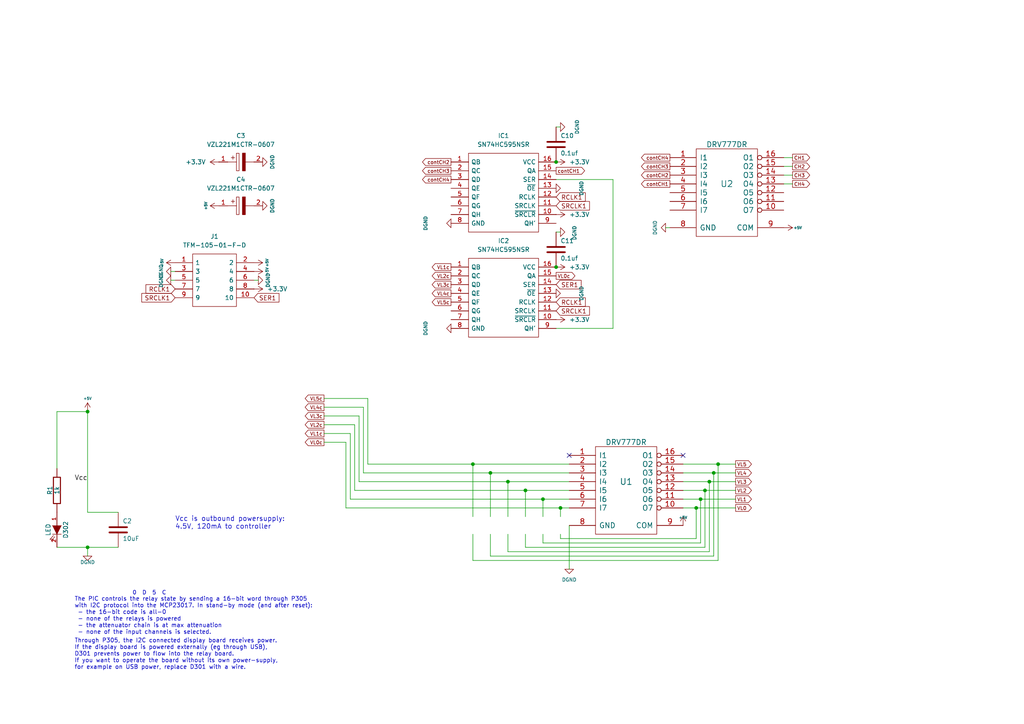
<source format=kicad_sch>
(kicad_sch (version 20231120) (generator "eeschema") (generator_version "8.0")
  (paper "A4")
  (title_block (title "Relaixed Passive") (date "2016-08-27") (rev "rev 2") (company "Jos van Eijndhoven") (comment 1 "Copyright 2016") (comment 2 "Permission for free use for personal/DIY application only"))
  (lib_symbols
    (symbol "Samacsys:SN74HC595NSR" (pin_names (offset 0.762))
      (property "Reference" "IC" (at 26.67 7.62 0))
      (property "Value" "SN74HC595NSR" (at 26.67 5.08 0))
      (symbol "SN74HC595NSR_0_0"
        (pin passive line (at 0 0 0) (length 5.08) (name "QB") (number "1"))
        (pin passive line (at 30.48 -15.24 180) (length 5.08) (name "~{SRCLR}") (number "10"))
        (pin passive line (at 30.48 -12.7 180) (length 5.08) (name "SRCLK") (number "11"))
        (pin passive line (at 30.48 -10.16 180) (length 5.08) (name "RCLK") (number "12"))
        (pin passive line (at 30.48 -7.62 180) (length 5.08) (name "~{OE}") (number "13"))
        (pin passive line (at 30.48 -5.08 180) (length 5.08) (name "SER") (number "14"))
        (pin passive line (at 30.48 -2.54 180) (length 5.08) (name "QA") (number "15"))
        (pin passive line (at 30.48 0 180) (length 5.08) (name "VCC") (number "16"))
        (pin passive line (at 0 -2.54 0) (length 5.08) (name "QC") (number "2"))
        (pin passive line (at 0 -5.08 0) (length 5.08) (name "QD") (number "3"))
        (pin passive line (at 0 -7.62 0) (length 5.08) (name "QE") (number "4"))
        (pin passive line (at 0 -10.16 0) (length 5.08) (name "QF") (number "5"))
        (pin passive line (at 0 -12.7 0) (length 5.08) (name "QG") (number "6"))
        (pin passive line (at 0 -15.24 0) (length 5.08) (name "QH") (number "7"))
        (pin passive line (at 0 -17.78 0) (length 5.08) (name "GND") (number "8"))
        (pin passive line (at 30.48 -17.78 180) (length 5.08) (name "QH'") (number "9"))
      )
      (symbol "SN74HC595NSR_0_1"
        (polyline (pts (xy 5.08 2.54) (xy 25.4 2.54) (xy 25.4 -20.32) (xy 5.08 -20.32) (xy 5.08 2.54)) (stroke (width 0.1524)))
      )
    )
    (symbol "Samacsys:TFM-105-01-F-D" (pin_names (offset 0.762))
      (property "Reference" "J" (at 19.05 7.62 0))
      (property "Value" "TFM-105-01-F-D" (at 19.05 5.08 0))
      (symbol "TFM-105-01-F-D_0_0"
        (pin passive line (at 0 0 0) (length 5.08) (name "1") (number "1"))
        (pin passive line (at 22.86 -10.16 180) (length 5.08) (name "10") (number "10"))
        (pin passive line (at 22.86 0 180) (length 5.08) (name "2") (number "2"))
        (pin passive line (at 0 -2.54 0) (length 5.08) (name "3") (number "3"))
        (pin passive line (at 22.86 -2.54 180) (length 5.08) (name "4") (number "4"))
        (pin passive line (at 0 -5.08 0) (length 5.08) (name "5") (number "5"))
        (pin passive line (at 22.86 -5.08 180) (length 5.08) (name "6") (number "6"))
        (pin passive line (at 0 -7.62 0) (length 5.08) (name "7") (number "7"))
        (pin passive line (at 22.86 -7.62 180) (length 5.08) (name "8") (number "8"))
        (pin passive line (at 0 -10.16 0) (length 5.08) (name "9") (number "9"))
      )
      (symbol "TFM-105-01-F-D_0_1"
        (polyline (pts (xy 5.08 2.54) (xy 17.78 2.54) (xy 17.78 -12.7) (xy 5.08 -12.7) (xy 5.08 2.54)) (stroke (width 0.1524)))
      )
    )
    (symbol "Samacsys:VZL221M1CTR-0607" (pin_names (offset 0.762))
      (property "Reference" "C" (at 8.89 6.35 0))
      (property "Value" "VZL221M1CTR-0607" (at 8.89 3.81 0))
      (symbol "VZL221M1CTR-0607_0_0"
        (pin passive line (at 0 0 0) (length 2.54) (name "~") (number "1"))
        (pin passive line (at 12.7 0 180) (length 2.54) (name "~") (number "2"))
      )
      (symbol "VZL221M1CTR-0607_0_1"
        (polyline (pts (xy 2.54 0) (xy 5.08 0)) (stroke (width 0.1524)))
        (polyline (pts (xy 4.064 1.778) (xy 4.064 0.762)) (stroke (width 0.1524)))
        (polyline (pts (xy 4.572 1.27) (xy 3.556 1.27)) (stroke (width 0.1524)))
        (polyline (pts (xy 7.62 0) (xy 10.16 0)) (stroke (width 0.1524)))
        (polyline (pts (xy 5.08 2.54) (xy 5.08 -2.54) (xy 5.842 -2.54) (xy 5.842 2.54) (xy 5.08 2.54)) (stroke (width 0.1524)))
        (polyline (pts (xy 7.62 2.54) (xy 7.62 -2.54) (xy 6.858 -2.54) (xy 6.858 2.54) (xy 7.62 2.54)) (stroke (width 0.254)) (fill (type outline)))
      )
    )
    (symbol "power:+3.3V" (power) (pin_numbers hide) (pin_names (offset 0) hide)
      (property "Value" "+3.3V" (at 0 3.556 0))
      (symbol "+3.3V_0_1"
        (polyline (pts (xy -0.762 1.27) (xy 0 2.54)))
        (polyline (pts (xy 0 0) (xy 0 2.54)))
        (polyline (pts (xy 0 2.54) (xy 0.762 1.27)))
      )
      (symbol "+3.3V_1_1"
        (pin power_in line (at 0 0 90) (length 0) (name "~") (number "1"))
      )
    )
    (symbol "relaixedPassive-rescue:+5V-power" (power) (pin_names (offset 0))
      (property "Value" "power_+5V" (at 0 3.556 0))
      (symbol "+5V-power_0_1"
        (polyline (pts (xy -0.762 1.27) (xy 0 2.54)))
        (polyline (pts (xy 0 0) (xy 0 2.54)))
        (polyline (pts (xy 0 2.54) (xy 0.762 1.27)))
      )
      (symbol "+5V-power_1_1"
        (pin power_in line (at 0 0 90) (length 0) hide (name "+5V") (number "1"))
      )
    )
    (symbol "relaixedPassive-rescue:C" (pin_numbers hide) (pin_names (offset 0.254))
      (property "Reference" "C" (at 1.27 2.54 0))
      (property "Value" "C" (at 1.27 -2.54 0))
      (symbol "C_0_1"
        (polyline (pts (xy -2.54 -0.762) (xy 2.54 -0.762)) (stroke (width 0.508)))
        (polyline (pts (xy -2.54 0.762) (xy 2.54 0.762)) (stroke (width 0.508)))
      )
      (symbol "C_1_1"
        (pin passive line (at 0 5.08 270) (length 4.318) (name "~") (number "1"))
        (pin passive line (at 0 -5.08 90) (length 4.318) (name "~") (number "2"))
      )
    )
    (symbol "relaixedPassive-rescue:DGND" (power) (pin_names (offset 1.016))
      (property "Value" "DGND" (at 0 -1.778 0))
      (symbol "DGND_0_1"
        (polyline (pts (xy -1.27 0) (xy 0 -1.27) (xy 1.27 0) (xy -1.27 0)))
      )
      (symbol "DGND_1_1"
        (pin power_in line (at 0 0 90) (length 0) hide (name "DGND") (number "1"))
      )
    )
    (symbol "relaixedPassive-rescue:DRV777" (pin_names (offset 1.016))
      (property "Reference" "U" (at 0 2.54 0))
      (property "Value" "DRV777" (at 0 11.43 0))
      (symbol "DRV777_0_1"
        (rectangle (start -8.89 -12.7) (end 8.89 12.7))
      )
      (symbol "DRV777_1_1"
        (pin input line (at -16.51 10.16 0) (length 7.62) (name "I1") (number "1"))
        (pin open_collector inverted (at 16.51 -5.08 180) (length 7.62) (name "O7") (number "10"))
        (pin open_collector inverted (at 16.51 -2.54 180) (length 7.62) (name "O6") (number "11"))
        (pin open_collector inverted (at 16.51 0 180) (length 7.62) (name "O5") (number "12"))
        (pin open_collector inverted (at 16.51 2.54 180) (length 7.62) (name "O4") (number "13"))
        (pin open_collector inverted (at 16.51 5.08 180) (length 7.62) (name "O3") (number "14"))
        (pin open_collector inverted (at 16.51 7.62 180) (length 7.62) (name "O2") (number "15"))
        (pin open_collector inverted (at 16.51 10.16 180) (length 7.62) (name "O1") (number "16"))
        (pin input line (at -16.51 7.62 0) (length 7.62) (name "I2") (number "2"))
        (pin input line (at -16.51 5.08 0) (length 7.62) (name "I3") (number "3"))
        (pin input line (at -16.51 2.54 0) (length 7.62) (name "I4") (number "4"))
        (pin input line (at -16.51 0 0) (length 7.62) (name "I5") (number "5"))
        (pin input line (at -16.51 -2.54 0) (length 7.62) (name "I6") (number "6"))
        (pin input line (at -16.51 -5.08 0) (length 7.62) (name "I7") (number "7"))
        (pin power_in line (at -16.51 -10.16 0) (length 7.62) (name "GND") (number "8"))
        (pin input line (at 16.51 -10.16 180) (length 7.62) (name "COM") (number "9"))
      )
    )
    (symbol "relaixedPassive-rescue:LED" (pin_names (offset 1.016) hide)
      (property "Reference" "D" (at 0 2.54 0))
      (property "Value" "LED" (at 0 -2.54 0))
      (symbol "LED_0_1"
        (polyline (pts (xy 1.27 1.27) (xy 1.27 -1.27)))
        (polyline (pts (xy -1.27 1.27) (xy 1.27 0) (xy -1.27 -1.27)) (fill (type outline)))
        (polyline (pts (xy 1.651 -1.016) (xy 2.794 -2.032) (xy 2.667 -1.397)))
        (polyline (pts (xy 2.032 -0.635) (xy 3.175 -1.651) (xy 3.048 -1.016)))
      )
      (symbol "LED_1_1"
        (pin passive line (at -5.08 0 0) (length 3.81) (name "A") (number "1"))
        (pin passive line (at 5.08 0 180) (length 3.81) (name "K") (number "2"))
      )
    )
    (symbol "relaixedPassive-rescue:R" (pin_numbers hide) (pin_names (offset 0))
      (property "Reference" "R" (at 2.032 0 90))
      (property "Value" "R" (at 0 0 90))
      (symbol "R_0_1"
        (rectangle (start -1.016 3.81) (end 1.016 -3.81) (stroke (width 0.3048)))
      )
      (symbol "R_1_1"
        (pin passive line (at 0 6.35 270) (length 2.54) (name "~") (number "1"))
        (pin passive line (at 0 -6.35 90) (length 2.54) (name "~") (number "2"))
      )
    )
  )
  (junction (at 157.48 144.78))
  (junction (at 207.01 137.16))
  (junction (at 25.4 158.75))
  (junction (at 142.24 137.16))
  (junction (at 162.56 147.32))
  (junction (at 204.47 142.24))
  (junction (at 152.4 142.24))
  (junction (at 203.2 144.78))
  (junction (at 137.16 134.62))
  (junction (at 201.93 147.32))
  (junction (at 161.29 77.47))
  (junction (at 147.32 139.7))
  (junction (at 161.29 46.99))
  (junction (at 25.4 119.38))
  (junction (at 208.28 134.62))
  (junction (at 205.74 139.7))
  (no_connect (at 165.1 132.08))
  (no_connect (at 198.12 132.08))
  (wire (pts (xy 157.48 149.86) (xy 157.48 144.78)))
  (wire (pts (xy 208.28 134.62) (xy 213.36 134.62)))
  (wire (pts (xy 137.16 162.56) (xy 137.16 154.94)))
  (wire (pts (xy 161.29 95.25) (xy 177.8 95.25)))
  (wire (pts (xy 203.2 144.78) (xy 213.36 144.78)))
  (wire (pts (xy 208.28 162.56) (xy 208.28 134.62)))
  (wire (pts (xy 102.87 142.24) (xy 152.4 142.24)))
  (wire (pts (xy 25.4 148.59) (xy 34.29 148.59)))
  (wire (pts (xy 106.68 115.57) (xy 93.98 115.57)))
  (wire (pts (xy 102.87 123.19) (xy 102.87 142.24)))
  (wire (pts (xy 152.4 154.94) (xy 152.4 158.75)))
  (wire (pts (xy 142.24 154.94) (xy 142.24 161.29)))
  (wire (pts (xy 193.04 66.04) (xy 194.31 66.04)))
  (wire (pts (xy 25.4 119.38) (xy 25.4 148.59)))
  (wire (pts (xy 142.24 149.86) (xy 142.24 137.16)))
  (wire (pts (xy 105.41 118.11) (xy 105.41 137.16)))
  (wire (pts (xy 203.2 157.48) (xy 157.48 157.48)))
  (wire (pts (xy 137.16 134.62) (xy 165.1 134.62)))
  (wire (pts (xy 229.87 53.34) (xy 227.33 53.34)))
  (wire (pts (xy 142.24 137.16) (xy 165.1 137.16)))
  (wire (pts (xy 165.1 152.4) (xy 165.1 165.1)))
  (wire (pts (xy 162.56 149.86) (xy 162.56 147.32)))
  (wire (pts (xy 162.56 147.32) (xy 165.1 147.32)))
  (wire (pts (xy 93.98 123.19) (xy 102.87 123.19)))
  (wire (pts (xy 207.01 137.16) (xy 213.36 137.16)))
  (wire (pts (xy 93.98 118.11) (xy 105.41 118.11)))
  (wire (pts (xy 101.6 144.78) (xy 101.6 125.73)))
  (wire (pts (xy 142.24 161.29) (xy 207.01 161.29)))
  (wire (pts (xy 25.4 161.29) (xy 25.4 158.75)))
  (wire (pts (xy 25.4 158.75) (xy 34.29 158.75)))
  (wire (pts (xy 101.6 125.73) (xy 93.98 125.73)))
  (wire (pts (xy 204.47 158.75) (xy 204.47 142.24)))
  (wire (pts (xy 147.32 149.86) (xy 147.32 139.7)))
  (wire (pts (xy 229.87 48.26) (xy 227.33 48.26)))
  (wire (pts (xy 137.16 149.86) (xy 137.16 134.62)))
  (wire (pts (xy 100.33 128.27) (xy 100.33 147.32)))
  (wire (pts (xy 147.32 160.02) (xy 147.32 154.94)))
  (wire (pts (xy 205.74 139.7) (xy 213.36 139.7)))
  (wire (pts (xy 16.51 119.38) (xy 16.51 135.89)))
  (wire (pts (xy 106.68 134.62) (xy 137.16 134.62)))
  (wire (pts (xy 205.74 160.02) (xy 147.32 160.02)))
  (wire (pts (xy 207.01 161.29) (xy 207.01 137.16)))
  (wire (pts (xy 152.4 158.75) (xy 204.47 158.75)))
  (wire (pts (xy 198.12 144.78) (xy 203.2 144.78)))
  (wire (pts (xy 49.53 81.28) (xy 50.8 81.28)))
  (wire (pts (xy 16.51 158.75) (xy 25.4 158.75)))
  (wire (pts (xy 203.2 157.48) (xy 203.2 144.78)))
  (wire (pts (xy 162.56 67.31) (xy 161.29 67.31)))
  (wire (pts (xy 49.53 78.74) (xy 50.8 78.74)))
  (wire (pts (xy 152.4 142.24) (xy 165.1 142.24)))
  (wire (pts (xy 157.48 157.48) (xy 157.48 154.94)))
  (wire (pts (xy 201.93 156.21) (xy 162.56 156.21)))
  (wire (pts (xy 198.12 142.24) (xy 204.47 142.24)))
  (wire (pts (xy 198.12 134.62) (xy 208.28 134.62)))
  (wire (pts (xy 100.33 147.32) (xy 162.56 147.32)))
  (wire (pts (xy 201.93 147.32) (xy 213.36 147.32)))
  (wire (pts (xy 177.8 95.25) (xy 177.8 52.07)))
  (wire (pts (xy 152.4 149.86) (xy 152.4 142.24)))
  (wire (pts (xy 198.12 137.16) (xy 207.01 137.16)))
  (wire (pts (xy 104.14 139.7) (xy 147.32 139.7)))
  (wire (pts (xy 104.14 139.7) (xy 104.14 120.65)))
  (wire (pts (xy 229.87 45.72) (xy 227.33 45.72)))
  (wire (pts (xy 106.68 134.62) (xy 106.68 115.57)))
  (wire (pts (xy 198.12 147.32) (xy 201.93 147.32)))
  (wire (pts (xy 74.93 81.28) (xy 73.66 81.28)))
  (wire (pts (xy 105.41 137.16) (xy 142.24 137.16)))
  (wire (pts (xy 204.47 142.24) (xy 213.36 142.24)))
  (wire (pts (xy 201.93 147.32) (xy 201.93 156.21)))
  (wire (pts (xy 104.14 120.65) (xy 93.98 120.65)))
  (wire (pts (xy 147.32 139.7) (xy 165.1 139.7)))
  (wire (pts (xy 16.51 119.38) (xy 25.4 119.38)))
  (wire (pts (xy 93.98 128.27) (xy 100.33 128.27)))
  (wire (pts (xy 177.8 52.07) (xy 161.29 52.07)))
  (wire (pts (xy 208.28 162.56) (xy 137.16 162.56)))
  (wire (pts (xy 198.12 139.7) (xy 205.74 139.7)))
  (wire (pts (xy 162.56 156.21) (xy 162.56 154.94)))
  (wire (pts (xy 157.48 144.78) (xy 165.1 144.78)))
  (wire (pts (xy 162.56 36.83) (xy 161.29 36.83)))
  (wire (pts (xy 229.87 50.8) (xy 227.33 50.8)))
  (wire (pts (xy 101.6 144.78) (xy 157.48 144.78)))
  (wire (pts (xy 205.74 160.02) (xy 205.74 139.7)))
  (text "Through P305, the I2C connected display board receives power.\nIf the display board is powered externally (eg through USB),\nD301 prevents power to flow into the relay board.\nIf you want to operate the board without its own power-supply,\nfor example on USB power, replace D301 with a wire." (at 21.59 194.31 0) (effects (font (size 1.1938 1.1938)) (justify left bottom)))
  (text "0  D  5  C" (at 48.26 172.72 0) (effects (font (size 1.143 1.143)) (justify right bottom)))
  (text "The PIC controls the relay state by sending a 16-bit word through P305\nwith I2C protocol into the MCP23017. In stand-by mode (and after reset):\n - the 16-bit code is all-0\n - none of the relays is powered\n - the attenuator chain is at max attenuation\n - none of the input channels is selected." (at 21.59 184.15 0) (effects (font (size 1.1938 1.1938)) (justify left bottom)))
  (text "Vcc is outbound powersupply:\n4.5V, 120mA to controller" (at 50.8 153.67 0) (effects (font (size 1.397 1.397)) (justify left bottom)))
  (label "Vcc" (at 25.4 139.7 180) (effects (font (size 1.397 1.397))))
  (global_label "contCH4" (shape output) (at 194.31 45.72 180) (effects (font (size 1.016 1.016))) (property "Intersheetrefs" "${INTERSHEET_REFS}" (effects (hide yes))))
  (global_label "SRCLK1" (shape input) (at 50.8 86.36 180) (property "Intersheetrefs" "${INTERSHEET_REFS}" (effects (hide yes))))
  (global_label "VL1c" (shape output) (at 93.98 125.73 180) (effects (font (size 1.016 1.016))) (property "Intersheetrefs" "${INTERSHEET_REFS}" (effects (hide yes))))
  (global_label "VL5" (shape output) (at 213.36 134.62 0) (effects (font (size 1.016 1.016))) (property "Intersheetrefs" "${INTERSHEET_REFS}" (effects (hide yes))))
  (global_label "VL2c" (shape output) (at 93.98 123.19 180) (effects (font (size 1.016 1.016))) (property "Intersheetrefs" "${INTERSHEET_REFS}" (effects (hide yes))))
  (global_label "VL3c" (shape output) (at 93.98 120.65 180) (effects (font (size 1.016 1.016))) (property "Intersheetrefs" "${INTERSHEET_REFS}" (effects (hide yes))))
  (global_label "VL0c" (shape output) (at 93.98 128.27 180) (effects (font (size 1.016 1.016))) (property "Intersheetrefs" "${INTERSHEET_REFS}" (effects (hide yes))))
  (global_label "VL4c" (shape output) (at 130.81 85.09 180) (effects (font (size 1.016 1.016))) (property "Intersheetrefs" "${INTERSHEET_REFS}" (effects (hide yes))))
  (global_label "CH1" (shape output) (at 229.87 45.72 0) (effects (font (size 1.016 1.016))) (property "Intersheetrefs" "${INTERSHEET_REFS}" (effects (hide yes))))
  (global_label "VL4" (shape output) (at 213.36 137.16 0) (effects (font (size 1.016 1.016))) (property "Intersheetrefs" "${INTERSHEET_REFS}" (effects (hide yes))))
  (global_label "VL1" (shape output) (at 213.36 144.78 0) (effects (font (size 1.016 1.016))) (property "Intersheetrefs" "${INTERSHEET_REFS}" (effects (hide yes))))
  (global_label "SRCLK1" (shape input) (at 161.29 59.69 0) (property "Intersheetrefs" "${INTERSHEET_REFS}" (effects (hide yes))))
  (global_label "SER1" (shape input) (at 161.29 82.55 0) (property "Intersheetrefs" "${INTERSHEET_REFS}" (effects (hide yes))))
  (global_label "CH4" (shape output) (at 229.87 53.34 0) (effects (font (size 1.016 1.016))) (property "Intersheetrefs" "${INTERSHEET_REFS}" (effects (hide yes))))
  (global_label "SRCLK1" (shape input) (at 161.29 90.17 0) (property "Intersheetrefs" "${INTERSHEET_REFS}" (effects (hide yes))))
  (global_label "VL4c" (shape output) (at 93.98 118.11 180) (effects (font (size 1.016 1.016))) (property "Intersheetrefs" "${INTERSHEET_REFS}" (effects (hide yes))))
  (global_label "contCH1" (shape output) (at 161.29 49.53 0) (effects (font (size 1.016 1.016))) (property "Intersheetrefs" "${INTERSHEET_REFS}" (effects (hide yes))))
  (global_label "RCLK1" (shape input) (at 161.29 57.15 0) (property "Intersheetrefs" "${INTERSHEET_REFS}" (effects (hide yes))))
  (global_label "RCLK1" (shape input) (at 161.29 87.63 0) (property "Intersheetrefs" "${INTERSHEET_REFS}" (effects (hide yes))))
  (global_label "contCH3" (shape output) (at 130.81 49.53 180) (effects (font (size 1.016 1.016))) (property "Intersheetrefs" "${INTERSHEET_REFS}" (effects (hide yes))))
  (global_label "contCH2" (shape output) (at 130.81 46.99 180) (effects (font (size 1.016 1.016))) (property "Intersheetrefs" "${INTERSHEET_REFS}" (effects (hide yes))))
  (global_label "RCLK1" (shape input) (at 50.8 83.82 180) (property "Intersheetrefs" "${INTERSHEET_REFS}" (effects (hide yes))))
  (global_label "VL3" (shape output) (at 213.36 139.7 0) (effects (font (size 1.016 1.016))) (property "Intersheetrefs" "${INTERSHEET_REFS}" (effects (hide yes))))
  (global_label "contCH4" (shape output) (at 130.81 52.07 180) (effects (font (size 1.016 1.016))) (property "Intersheetrefs" "${INTERSHEET_REFS}" (effects (hide yes))))
  (global_label "VL2c" (shape output) (at 130.81 80.01 180) (effects (font (size 1.016 1.016))) (property "Intersheetrefs" "${INTERSHEET_REFS}" (effects (hide yes))))
  (global_label "VL2" (shape output) (at 213.36 142.24 0) (effects (font (size 1.016 1.016))) (property "Intersheetrefs" "${INTERSHEET_REFS}" (effects (hide yes))))
  (global_label "VL5c" (shape output) (at 93.98 115.57 180) (effects (font (size 1.016 1.016))) (property "Intersheetrefs" "${INTERSHEET_REFS}" (effects (hide yes))))
  (global_label "contCH2" (shape output) (at 194.31 50.8 180) (effects (font (size 1.016 1.016))) (property "Intersheetrefs" "${INTERSHEET_REFS}" (effects (hide yes))))
  (global_label "CH2" (shape output) (at 229.87 48.26 0) (effects (font (size 1.016 1.016))) (property "Intersheetrefs" "${INTERSHEET_REFS}" (effects (hide yes))))
  (global_label "SER1" (shape input) (at 73.66 86.36 0) (property "Intersheetrefs" "${INTERSHEET_REFS}" (effects (hide yes))))
  (global_label "VL0c" (shape output) (at 161.29 80.01 0) (effects (font (size 1.016 1.016))) (property "Intersheetrefs" "${INTERSHEET_REFS}" (effects (hide yes))))
  (global_label "VL3c" (shape output) (at 130.81 82.55 180) (effects (font (size 1.016 1.016))) (property "Intersheetrefs" "${INTERSHEET_REFS}" (effects (hide yes))))
  (global_label "contCH1" (shape output) (at 194.31 53.34 180) (effects (font (size 1.016 1.016))) (property "Intersheetrefs" "${INTERSHEET_REFS}" (effects (hide yes))))
  (global_label "VL5c" (shape output) (at 130.81 87.63 180) (effects (font (size 1.016 1.016))) (property "Intersheetrefs" "${INTERSHEET_REFS}" (effects (hide yes))))
  (global_label "VL1c" (shape output) (at 130.81 77.47 180) (effects (font (size 1.016 1.016))) (property "Intersheetrefs" "${INTERSHEET_REFS}" (effects (hide yes))))
  (global_label "VL0" (shape output) (at 213.36 147.32 0) (effects (font (size 1.016 1.016))) (property "Intersheetrefs" "${INTERSHEET_REFS}" (effects (hide yes))))
  (global_label "CH3" (shape output) (at 229.87 50.8 0) (effects (font (size 1.016 1.016))) (property "Intersheetrefs" "${INTERSHEET_REFS}" (effects (hide yes))))
  (global_label "contCH3" (shape output) (at 194.31 48.26 180) (effects (font (size 1.016 1.016))) (property "Intersheetrefs" "${INTERSHEET_REFS}" (effects (hide yes))))
  (symbol (lib_id "relaixedPassive-rescue:DGND") (at 25.4 161.29 0) (unit 1)
    (property "Reference" "#PWR02" (effects (hide yes)))
    (property "Value" "DGND" (at 25.4 163.068 0) (effects (font (size 1.016 1.016))))
  )
  (symbol (lib_id "relaixedPassive-rescue:+5V-power") (at 25.4 119.38 0) (unit 1)
    (property "Reference" "#PWR01" (effects (hide yes)))
    (property "Value" "+5V" (at 25.4 115.57 0) (effects (font (size 0.762 0.762))))
  )
  (symbol (lib_id "relaixedPassive-rescue:+5V-power") (at 198.12 152.4 0) (unit 1)
    (property "Reference" "#PWR026" (effects (hide yes)))
    (property "Value" "+5V" (at 198.12 150.114 0) (effects (font (size 0.762 0.762))))
  )
  (symbol (lib_id "relaixedPassive-rescue:DRV777") (at 181.61 142.24 0) (unit 1)
    (property "Reference" "U1" (at 181.61 139.7 0) (effects (font (size 1.778 1.778))))
    (property "Value" "DRV777DR" (at 181.61 128.27 0) (effects (font (size 1.524 1.524))))
    (property "Footprint" "RlxPassiveFootprints:SO16E" (effects (hide yes)))
    (property "Datasheet" "DRV777DR" (effects (hide yes)))
  )
  (symbol (lib_id "relaixedPassive-rescue:DGND") (at 165.1 165.1 0) (unit 1)
    (property "Reference" "#PWR024" (effects (hide yes)))
    (property "Value" "DGND" (at 165.1 168.148 0) (effects (font (size 1.016 1.016))))
  )
  (symbol (lib_id "relaixedPassive-rescue:LED") (at 16.51 153.67 270) (unit 1)
    (property "Reference" "D302" (at 19.05 153.67 0))
    (property "Value" "LED" (at 13.97 153.67 0))
    (property "Footprint" "relaixed2smd:SM1206diode" (effects (hide yes)))
    (property "Datasheet" "APT3216SRCPRV" (effects (hide yes)))
    (instances (project "" (path "" (reference "D302") (unit 1)) (path "" (reference "D1") (unit 1))))
  )
  (symbol (lib_id "relaixedPassive-rescue:R") (at 16.51 142.24 180) (unit 1)
    (property "Reference" "R1" (at 14.478 142.24 90))
    (property "Value" "1k" (at 16.51 142.24 90))
    (property "Footprint" "RlxPassiveFootprints:R0805" (effects (hide yes)))
  )
  (symbol (lib_id "relaixedPassive-rescue:C") (at 34.29 153.67 0) (unit 1)
    (property "Reference" "C2" (at 35.56 151.13 0) (effects (justify left)))
    (property "Value" "10uF" (at 35.56 156.21 0) (effects (justify left)))
    (property "Footprint" "RlxPassiveFootprints:R0805" (effects (hide yes)))
  )
  (symbol (lib_id "Samacsys:VZL221M1CTR-0607") (at 63.5 59.69 0) (unit 1)
    (property "Reference" "C4" (at 69.85 52.07 0))
    (property "Value" "VZL221M1CTR-0607" (at 69.85 54.61 0))
    (property "Footprint" "Samacsys:CAPAE660X800N" (effects (hide yes)))
    (property "Datasheet" "https://componentsearchengine.com/Datasheets/1/VZL221M1CTR-0607.pdf" (effects (hide yes)))
    (property "Description" "Aluminum Electrolytic Capacitors - SMD 220uF 16 Volts 20%" (effects (hide yes)))
    (property "Description_1" "Aluminum Electrolytic Capacitors - SMD 220uF 16 Volts 20%" (effects (hide yes)))
    (property "Height" "8" (effects (hide yes)))
    (property "Mouser Part Number" "140-VZL221M1CTR-0607" (effects (hide yes)))
    (property "Mouser Price/Stock" "https://www.mouser.co.uk/ProductDetail/Lelon/VZL221M1CTR-0607?qs=AQlKX63v8RuLAF02EyCoUA%3D%3D" (effects (hide yes)))
    (property "Manufacturer_Name" "Lelon" (effects (hide yes)))
    (property "Manufacturer_Part_Number" "VZL221M1CTR-0607" (effects (hide yes)))
  )
  (symbol (lib_id "relaixedPassive-rescue:DGND") (at 161.29 54.61 90) (unit 1)
    (property "Reference" "#PWR017" (effects (hide yes)))
    (property "Value" "DGND" (at 168.656 54.61 0) (effects (font (size 1.016 1.016))))
  )
  (symbol (lib_id "power:+3.3V") (at 161.29 77.47 270) (unit 1)
    (property "Reference" "#PWR019" (effects (hide yes)))
    (property "Value" "+3.3V" (at 165.1 77.4699 90) (effects (justify left)))
    (property "Description" "Power symbol creates a global label with name \"+3.3V\"" (effects (hide yes)))
  )
  (symbol (lib_id "relaixedPassive-rescue:DRV777") (at 210.82 55.88 0) (unit 1)
    (property "Reference" "U2" (at 210.82 53.34 0) (effects (font (size 1.778 1.778))))
    (property "Value" "DRV777DR" (at 210.82 41.91 0) (effects (font (size 1.524 1.524))))
    (property "Footprint" "RlxPassiveFootprints:SO16E" (effects (hide yes)))
    (property "Datasheet" "DRV777DR" (effects (hide yes)))
  )
  (symbol (lib_id "Samacsys:SN74HC595NSR") (at 130.81 77.47 0) (unit 1)
    (property "Reference" "IC2" (at 146.05 69.85 0))
    (property "Value" "SN74HC595NSR" (at 146.05 72.39 0))
    (property "Footprint" "Samacsys:SOIC127P780X200-16N" (effects (hide yes)))
    (property "Datasheet" "http://www.ti.com/lit/gpn/sn74hc595" (effects (hide yes)))
    (property "Description" "8-Bit Shift Registers With 3-State Output Registers" (effects (hide yes)))
    (property "Description_1" "8-Bit Shift Registers With 3-State Output Registers" (effects (hide yes)))
    (property "Height" "2" (effects (hide yes)))
    (property "Mouser Part Number" "595-SN74HC595NSR" (effects (hide yes)))
    (property "Mouser Price/Stock" "https://www.mouser.co.uk/ProductDetail/Texas-Instruments/SN74HC595NSR?qs=AgY10sKTvDLs%252Brr5DJGiYQ%3D%3D" (effects (hide yes)))
    (property "Manufacturer_Name" "Texas Instruments" (effects (hide yes)))
    (property "Manufacturer_Part_Number" "SN74HC595NSR" (effects (hide yes)))
  )
  (symbol (lib_id "power:+3.3V") (at 161.29 62.23 270) (unit 1)
    (property "Reference" "#PWR018" (effects (hide yes)))
    (property "Value" "+3.3V" (at 165.1 62.2299 90) (effects (justify left)))
    (property "Description" "Power symbol creates a global label with name \"+3.3V\"" (effects (hide yes)))
  )
  (symbol (lib_id "relaixedPassive-rescue:DGND") (at 76.2 59.69 90) (unit 1)
    (property "Reference" "#PWR013" (effects (hide yes)))
    (property "Value" "DGND" (at 78.994 59.69 0) (effects (font (size 1.016 1.016))))
  )
  (symbol (lib_id "power:+3.3V") (at 73.66 83.82 270) (unit 1)
    (property "Reference" "#PWR010" (effects (hide yes)))
    (property "Value" "+3.3V" (at 77.47 83.8199 90) (effects (justify left)))
    (property "Description" "Power symbol creates a global label with name \"+3.3V\"" (effects (hide yes)))
  )
  (symbol (lib_id "relaixedPassive-rescue:DGND") (at 49.53 78.74 270) (unit 1)
    (property "Reference" "#PWR03" (effects (hide yes)))
    (property "Value" "DGND" (at 46.736 78.74 0) (effects (font (size 1.016 1.016))))
  )
  (symbol (lib_id "relaixedPassive-rescue:C") (at 161.29 41.91 0) (unit 1)
    (property "Reference" "C10" (at 162.56 39.37 0) (effects (justify left)))
    (property "Value" "0.1uf" (at 162.56 44.45 0) (effects (justify left)))
    (property "Footprint" "RlxPassiveFootprints:R0805" (effects (hide yes)))
    (property "Datasheet" "EMK212B7474KD-T" (effects (hide yes)))
  )
  (symbol (lib_id "Samacsys:VZL221M1CTR-0607") (at 63.5 46.99 0) (unit 1)
    (property "Reference" "C3" (at 69.85 39.37 0))
    (property "Value" "VZL221M1CTR-0607" (at 69.85 41.91 0))
    (property "Footprint" "Samacsys:CAPAE660X800N" (effects (hide yes)))
    (property "Datasheet" "https://componentsearchengine.com/Datasheets/1/VZL221M1CTR-0607.pdf" (effects (hide yes)))
    (property "Description" "Aluminum Electrolytic Capacitors - SMD 220uF 16 Volts 20%" (effects (hide yes)))
    (property "Description_1" "Aluminum Electrolytic Capacitors - SMD 220uF 16 Volts 20%" (effects (hide yes)))
    (property "Height" "8" (effects (hide yes)))
    (property "Mouser Part Number" "140-VZL221M1CTR-0607" (effects (hide yes)))
    (property "Mouser Price/Stock" "https://www.mouser.co.uk/ProductDetail/Lelon/VZL221M1CTR-0607?qs=AQlKX63v8RuLAF02EyCoUA%3D%3D" (effects (hide yes)))
    (property "Manufacturer_Name" "Lelon" (effects (hide yes)))
    (property "Manufacturer_Part_Number" "VZL221M1CTR-0607" (effects (hide yes)))
  )
  (symbol (lib_id "relaixedPassive-rescue:DGND") (at 162.56 67.31 90) (unit 1)
    (property "Reference" "#PWR023" (effects (hide yes)))
    (property "Value" "DGND" (at 166.624 67.564 0) (effects (font (size 1.016 1.016))))
  )
  (symbol (lib_id "relaixedPassive-rescue:DGND") (at 76.2 46.99 90) (unit 1)
    (property "Reference" "#PWR012" (effects (hide yes)))
    (property "Value" "DGND" (at 78.994 46.99 0) (effects (font (size 1.016 1.016))))
  )
  (symbol (lib_id "relaixedPassive-rescue:DGND") (at 49.53 81.28 270) (unit 1)
    (property "Reference" "#PWR04" (effects (hide yes)))
    (property "Value" "DGND" (at 46.736 81.28 0) (effects (font (size 1.016 1.016))))
  )
  (symbol (lib_id "power:+3.3V") (at 161.29 46.99 270) (unit 1)
    (property "Reference" "#PWR016" (effects (hide yes)))
    (property "Value" "+3.3V" (at 165.1 46.9899 90) (effects (justify left)))
    (property "Description" "Power symbol creates a global label with name \"+3.3V\"" (effects (hide yes)))
  )
  (symbol (lib_id "relaixedPassive-rescue:C") (at 161.29 72.39 0) (unit 1)
    (property "Reference" "C11" (at 162.56 69.85 0) (effects (justify left)))
    (property "Value" "0.1uf" (at 162.56 74.93 0) (effects (justify left)))
    (property "Footprint" "RlxPassiveFootprints:R0805" (effects (hide yes)))
    (property "Datasheet" "EMK212B7474KD-T" (effects (hide yes)))
  )
  (symbol (lib_id "relaixedPassive-rescue:DGND") (at 162.56 36.83 90) (unit 1)
    (property "Reference" "#PWR022" (effects (hide yes)))
    (property "Value" "DGND" (at 167.386 36.83 0) (effects (font (size 1.016 1.016))))
  )
  (symbol (lib_id "relaixedPassive-rescue:+5V-power") (at 50.8 76.2 90) (unit 1)
    (property "Reference" "#PWR05" (effects (hide yes)))
    (property "Value" "+5V" (at 46.99 76.2 0) (effects (font (size 0.762 0.762))))
  )
  (symbol (lib_id "relaixedPassive-rescue:DGND") (at 130.81 95.25 270) (unit 1)
    (property "Reference" "#PWR015" (effects (hide yes)))
    (property "Value" "DGND" (at 123.444 95.25 0) (effects (font (size 1.016 1.016))))
  )
  (symbol (lib_id "relaixedPassive-rescue:DGND") (at 74.93 81.28 90) (unit 1)
    (property "Reference" "#PWR011" (effects (hide yes)))
    (property "Value" "DGND" (at 77.724 81.28 0) (effects (font (size 1.016 1.016))))
  )
  (symbol (lib_id "relaixedPassive-rescue:+5V-power") (at 73.66 76.2 270) (unit 1)
    (property "Reference" "#PWR08" (effects (hide yes)))
    (property "Value" "+5V" (at 77.47 76.2 0) (effects (font (size 0.762 0.762))))
  )
  (symbol (lib_id "relaixedPassive-rescue:DGND") (at 193.04 66.04 270) (unit 1)
    (property "Reference" "#PWR025" (effects (hide yes)))
    (property "Value" "DGND" (at 189.992 66.04 0) (effects (font (size 1.016 1.016))))
  )
  (symbol (lib_id "relaixedPassive-rescue:DGND") (at 130.81 64.77 270) (unit 1)
    (property "Reference" "#PWR014" (effects (hide yes)))
    (property "Value" "DGND" (at 123.444 64.77 0) (effects (font (size 1.016 1.016))))
  )
  (symbol (lib_id "relaixedPassive-rescue:DGND") (at 161.29 85.09 90) (unit 1)
    (property "Reference" "#PWR020" (effects (hide yes)))
    (property "Value" "DGND" (at 168.656 85.09 0) (effects (font (size 1.016 1.016))))
  )
  (symbol (lib_id "relaixedPassive-rescue:+5V-power") (at 227.33 66.04 270) (unit 1)
    (property "Reference" "#PWR027" (effects (hide yes)))
    (property "Value" "+5V" (at 231.394 66.04 90) (effects (font (size 0.762 0.762))))
  )
  (symbol (lib_id "power:+3.3V") (at 161.29 92.71 270) (unit 1)
    (property "Reference" "#PWR021" (effects (hide yes)))
    (property "Value" "+3.3V" (at 165.1 92.7099 90) (effects (justify left)))
    (property "Description" "Power symbol creates a global label with name \"+3.3V\"" (effects (hide yes)))
  )
  (symbol (lib_id "relaixedPassive-rescue:+5V-power") (at 63.5 59.69 90) (unit 1)
    (property "Reference" "#PWR07" (effects (hide yes)))
    (property "Value" "+5V" (at 59.69 59.69 0) (effects (font (size 0.762 0.762))))
  )
  (symbol (lib_id "Samacsys:SN74HC595NSR") (at 130.81 46.99 0) (unit 1)
    (property "Reference" "IC1" (at 146.05 39.37 0))
    (property "Value" "SN74HC595NSR" (at 146.05 41.91 0))
    (property "Footprint" "Samacsys:SOIC127P780X200-16N" (effects (hide yes)))
    (property "Datasheet" "http://www.ti.com/lit/gpn/sn74hc595" (effects (hide yes)))
    (property "Description" "8-Bit Shift Registers With 3-State Output Registers" (effects (hide yes)))
    (property "Description_1" "8-Bit Shift Registers With 3-State Output Registers" (effects (hide yes)))
    (property "Height" "2" (effects (hide yes)))
    (property "Mouser Part Number" "595-SN74HC595NSR" (effects (hide yes)))
    (property "Mouser Price/Stock" "https://www.mouser.co.uk/ProductDetail/Texas-Instruments/SN74HC595NSR?qs=AgY10sKTvDLs%252Brr5DJGiYQ%3D%3D" (effects (hide yes)))
    (property "Manufacturer_Name" "Texas Instruments" (effects (hide yes)))
    (property "Manufacturer_Part_Number" "SN74HC595NSR" (effects (hide yes)))
  )
  (symbol (lib_id "power:+3.3V") (at 63.5 46.99 90) (unit 1)
    (property "Reference" "#PWR06" (effects (hide yes)))
    (property "Value" "+3.3V" (at 59.69 46.9899 90) (effects (justify left)))
    (property "Description" "Power symbol creates a global label with name \"+3.3V\"" (effects (hide yes)))
  )
  (symbol (lib_id "Samacsys:TFM-105-01-F-D") (at 50.8 76.2 0) (unit 1)
    (property "Reference" "J1" (at 62.23 68.58 0))
    (property "Value" "TFM-105-01-F-D" (at 62.23 71.12 0))
    (property "Footprint" "Samacsys:TFM-105-XX-YYY-D" (effects (hide yes)))
    (property "Datasheet" "https://componentsearchengine.com/Datasheets/1/TFM-105-01-F-D.pdf" (effects (hide yes)))
    (property "Description" "High-Reliability Tiger Eye&trade; Terminal Strips, .050&quot; Pitch" (effects (hide yes)))
    (property "Description_1" "High-Reliability Tiger Eye&trade; Terminal Strips, .050&quot; Pitch" (effects (hide yes)))
    (property "Mouser Part Number" "200-TFM10501FD" (effects (hide yes)))
    (property "Mouser Price/Stock" "https://www.mouser.com/Search/Refine.aspx?Keyword=200-TFM10501FD" (effects (hide yes)))
    (property "Manufacturer_Name" "SAMTEC" (effects (hide yes)))
    (property "Manufacturer_Part_Number" "TFM-105-01-F-D" (effects (hide yes)))
  )
  (symbol (lib_id "relaixedPassive-rescue:+5V-power") (at 73.66 78.74 270) (unit 1)
    (property "Reference" "#PWR09" (effects (hide yes)))
    (property "Value" "+5V" (at 77.47 78.74 0) (effects (font (size 0.762 0.762))))
  )
)
</source>
